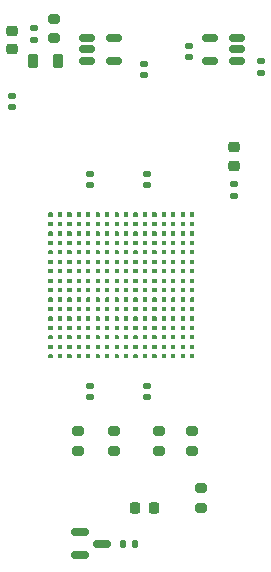
<source format=gtp>
G04 #@! TF.GenerationSoftware,KiCad,Pcbnew,8.0.6*
G04 #@! TF.CreationDate,2025-10-07T20:56:46+05:30*
G04 #@! TF.ProjectId,tt-ecp5-cb,74742d65-6370-4352-9d63-622e6b696361,rev?*
G04 #@! TF.SameCoordinates,Original*
G04 #@! TF.FileFunction,Paste,Top*
G04 #@! TF.FilePolarity,Positive*
%FSLAX46Y46*%
G04 Gerber Fmt 4.6, Leading zero omitted, Abs format (unit mm)*
G04 Created by KiCad (PCBNEW 8.0.6) date 2025-10-07 20:56:46*
%MOMM*%
%LPD*%
G01*
G04 APERTURE LIST*
G04 Aperture macros list*
%AMRoundRect*
0 Rectangle with rounded corners*
0 $1 Rounding radius*
0 $2 $3 $4 $5 $6 $7 $8 $9 X,Y pos of 4 corners*
0 Add a 4 corners polygon primitive as box body*
4,1,4,$2,$3,$4,$5,$6,$7,$8,$9,$2,$3,0*
0 Add four circle primitives for the rounded corners*
1,1,$1+$1,$2,$3*
1,1,$1+$1,$4,$5*
1,1,$1+$1,$6,$7*
1,1,$1+$1,$8,$9*
0 Add four rect primitives between the rounded corners*
20,1,$1+$1,$2,$3,$4,$5,0*
20,1,$1+$1,$4,$5,$6,$7,0*
20,1,$1+$1,$6,$7,$8,$9,0*
20,1,$1+$1,$8,$9,$2,$3,0*%
G04 Aperture macros list end*
%ADD10C,0.000000*%
%ADD11RoundRect,0.140000X0.170000X-0.140000X0.170000X0.140000X-0.170000X0.140000X-0.170000X-0.140000X0*%
%ADD12RoundRect,0.200000X0.275000X-0.200000X0.275000X0.200000X-0.275000X0.200000X-0.275000X-0.200000X0*%
%ADD13RoundRect,0.135000X-0.135000X-0.185000X0.135000X-0.185000X0.135000X0.185000X-0.135000X0.185000X0*%
%ADD14RoundRect,0.200000X-0.275000X0.200000X-0.275000X-0.200000X0.275000X-0.200000X0.275000X0.200000X0*%
%ADD15RoundRect,0.140000X-0.170000X0.140000X-0.170000X-0.140000X0.170000X-0.140000X0.170000X0.140000X0*%
%ADD16RoundRect,0.218750X0.256250X-0.218750X0.256250X0.218750X-0.256250X0.218750X-0.256250X-0.218750X0*%
%ADD17C,0.360000*%
%ADD18RoundRect,0.218750X0.218750X0.381250X-0.218750X0.381250X-0.218750X-0.381250X0.218750X-0.381250X0*%
%ADD19RoundRect,0.135000X0.185000X-0.135000X0.185000X0.135000X-0.185000X0.135000X-0.185000X-0.135000X0*%
%ADD20RoundRect,0.150000X0.512500X0.150000X-0.512500X0.150000X-0.512500X-0.150000X0.512500X-0.150000X0*%
%ADD21RoundRect,0.225000X0.250000X-0.225000X0.250000X0.225000X-0.250000X0.225000X-0.250000X-0.225000X0*%
%ADD22RoundRect,0.150000X-0.587500X-0.150000X0.587500X-0.150000X0.587500X0.150000X-0.587500X0.150000X0*%
%ADD23RoundRect,0.218750X-0.218750X-0.256250X0.218750X-0.256250X0.218750X0.256250X-0.218750X0.256250X0*%
%ADD24RoundRect,0.150000X-0.512500X-0.150000X0.512500X-0.150000X0.512500X0.150000X-0.512500X0.150000X0*%
G04 APERTURE END LIST*
D10*
G04 #@! TO.C,U1*
G36*
X114180000Y-80956000D02*
G01*
X114180000Y-81244000D01*
X114144000Y-81280000D01*
X113856000Y-81280000D01*
X113820000Y-81244000D01*
X113820000Y-80956000D01*
X113856000Y-80920000D01*
X114144000Y-80920000D01*
X114180000Y-80956000D01*
G37*
G36*
X114180000Y-81756000D02*
G01*
X114180000Y-82044000D01*
X114144000Y-82080000D01*
X113856000Y-82080000D01*
X113820000Y-82044000D01*
X113820000Y-81756000D01*
X113856000Y-81720000D01*
X114144000Y-81720000D01*
X114180000Y-81756000D01*
G37*
G36*
X114180000Y-82556000D02*
G01*
X114180000Y-82844000D01*
X114144000Y-82880000D01*
X113856000Y-82880000D01*
X113820000Y-82844000D01*
X113820000Y-82556000D01*
X113856000Y-82520000D01*
X114144000Y-82520000D01*
X114180000Y-82556000D01*
G37*
G36*
X114180000Y-83356000D02*
G01*
X114180000Y-83644000D01*
X114144000Y-83680000D01*
X113856000Y-83680000D01*
X113820000Y-83644000D01*
X113820000Y-83356000D01*
X113856000Y-83320000D01*
X114144000Y-83320000D01*
X114180000Y-83356000D01*
G37*
G36*
X114180000Y-84156000D02*
G01*
X114180000Y-84444000D01*
X114144000Y-84480000D01*
X113856000Y-84480000D01*
X113820000Y-84444000D01*
X113820000Y-84156000D01*
X113856000Y-84120000D01*
X114144000Y-84120000D01*
X114180000Y-84156000D01*
G37*
G36*
X114180000Y-84956000D02*
G01*
X114180000Y-85244000D01*
X114144000Y-85280000D01*
X113856000Y-85280000D01*
X113820000Y-85244000D01*
X113820000Y-84956000D01*
X113856000Y-84920000D01*
X114144000Y-84920000D01*
X114180000Y-84956000D01*
G37*
G36*
X114180000Y-85756000D02*
G01*
X114180000Y-86044000D01*
X114144000Y-86080000D01*
X113856000Y-86080000D01*
X113820000Y-86044000D01*
X113820000Y-85756000D01*
X113856000Y-85720000D01*
X114144000Y-85720000D01*
X114180000Y-85756000D01*
G37*
G36*
X114180000Y-86556000D02*
G01*
X114180000Y-86844000D01*
X114144000Y-86880000D01*
X113856000Y-86880000D01*
X113820000Y-86844000D01*
X113820000Y-86556000D01*
X113856000Y-86520000D01*
X114144000Y-86520000D01*
X114180000Y-86556000D01*
G37*
G36*
X114180000Y-87356000D02*
G01*
X114180000Y-87644000D01*
X114144000Y-87680000D01*
X113856000Y-87680000D01*
X113820000Y-87644000D01*
X113820000Y-87356000D01*
X113856000Y-87320000D01*
X114144000Y-87320000D01*
X114180000Y-87356000D01*
G37*
G36*
X114180000Y-88156000D02*
G01*
X114180000Y-88444000D01*
X114144000Y-88480000D01*
X113856000Y-88480000D01*
X113820000Y-88444000D01*
X113820000Y-88156000D01*
X113856000Y-88120000D01*
X114144000Y-88120000D01*
X114180000Y-88156000D01*
G37*
G36*
X114180000Y-88956000D02*
G01*
X114180000Y-89244000D01*
X114144000Y-89280000D01*
X113856000Y-89280000D01*
X113820000Y-89244000D01*
X113820000Y-88956000D01*
X113856000Y-88920000D01*
X114144000Y-88920000D01*
X114180000Y-88956000D01*
G37*
G36*
X114180000Y-89756000D02*
G01*
X114180000Y-90044000D01*
X114144000Y-90080000D01*
X113856000Y-90080000D01*
X113820000Y-90044000D01*
X113820000Y-89756000D01*
X113856000Y-89720000D01*
X114144000Y-89720000D01*
X114180000Y-89756000D01*
G37*
G36*
X114180000Y-90556000D02*
G01*
X114180000Y-90844000D01*
X114144000Y-90880000D01*
X113856000Y-90880000D01*
X113820000Y-90844000D01*
X113820000Y-90556000D01*
X113856000Y-90520000D01*
X114144000Y-90520000D01*
X114180000Y-90556000D01*
G37*
G36*
X114180000Y-91356000D02*
G01*
X114180000Y-91644000D01*
X114144000Y-91680000D01*
X113856000Y-91680000D01*
X113820000Y-91644000D01*
X113820000Y-91356000D01*
X113856000Y-91320000D01*
X114144000Y-91320000D01*
X114180000Y-91356000D01*
G37*
G36*
X114180000Y-92156000D02*
G01*
X114180000Y-92444000D01*
X114144000Y-92480000D01*
X113856000Y-92480000D01*
X113820000Y-92444000D01*
X113820000Y-92156000D01*
X113856000Y-92120000D01*
X114144000Y-92120000D01*
X114180000Y-92156000D01*
G37*
G36*
X114180000Y-92956000D02*
G01*
X114180000Y-93244000D01*
X114144000Y-93280000D01*
X113856000Y-93280000D01*
X113820000Y-93244000D01*
X113820000Y-92956000D01*
X113856000Y-92920000D01*
X114144000Y-92920000D01*
X114180000Y-92956000D01*
G37*
G36*
X114980000Y-80956000D02*
G01*
X114980000Y-81244000D01*
X114944000Y-81280000D01*
X114656000Y-81280000D01*
X114620000Y-81244000D01*
X114620000Y-80956000D01*
X114656000Y-80920000D01*
X114944000Y-80920000D01*
X114980000Y-80956000D01*
G37*
G36*
X114980000Y-81756000D02*
G01*
X114980000Y-82044000D01*
X114944000Y-82080000D01*
X114656000Y-82080000D01*
X114620000Y-82044000D01*
X114620000Y-81756000D01*
X114656000Y-81720000D01*
X114944000Y-81720000D01*
X114980000Y-81756000D01*
G37*
G36*
X114980000Y-82556000D02*
G01*
X114980000Y-82844000D01*
X114944000Y-82880000D01*
X114656000Y-82880000D01*
X114620000Y-82844000D01*
X114620000Y-82556000D01*
X114656000Y-82520000D01*
X114944000Y-82520000D01*
X114980000Y-82556000D01*
G37*
G36*
X114980000Y-83356000D02*
G01*
X114980000Y-83644000D01*
X114944000Y-83680000D01*
X114656000Y-83680000D01*
X114620000Y-83644000D01*
X114620000Y-83356000D01*
X114656000Y-83320000D01*
X114944000Y-83320000D01*
X114980000Y-83356000D01*
G37*
G36*
X114980000Y-84156000D02*
G01*
X114980000Y-84444000D01*
X114944000Y-84480000D01*
X114656000Y-84480000D01*
X114620000Y-84444000D01*
X114620000Y-84156000D01*
X114656000Y-84120000D01*
X114944000Y-84120000D01*
X114980000Y-84156000D01*
G37*
G36*
X114980000Y-84956000D02*
G01*
X114980000Y-85244000D01*
X114944000Y-85280000D01*
X114656000Y-85280000D01*
X114620000Y-85244000D01*
X114620000Y-84956000D01*
X114656000Y-84920000D01*
X114944000Y-84920000D01*
X114980000Y-84956000D01*
G37*
G36*
X114980000Y-85756000D02*
G01*
X114980000Y-86044000D01*
X114944000Y-86080000D01*
X114656000Y-86080000D01*
X114620000Y-86044000D01*
X114620000Y-85756000D01*
X114656000Y-85720000D01*
X114944000Y-85720000D01*
X114980000Y-85756000D01*
G37*
G36*
X114980000Y-86556000D02*
G01*
X114980000Y-86844000D01*
X114944000Y-86880000D01*
X114656000Y-86880000D01*
X114620000Y-86844000D01*
X114620000Y-86556000D01*
X114656000Y-86520000D01*
X114944000Y-86520000D01*
X114980000Y-86556000D01*
G37*
G36*
X114980000Y-87356000D02*
G01*
X114980000Y-87644000D01*
X114944000Y-87680000D01*
X114656000Y-87680000D01*
X114620000Y-87644000D01*
X114620000Y-87356000D01*
X114656000Y-87320000D01*
X114944000Y-87320000D01*
X114980000Y-87356000D01*
G37*
G36*
X114980000Y-88156000D02*
G01*
X114980000Y-88444000D01*
X114944000Y-88480000D01*
X114656000Y-88480000D01*
X114620000Y-88444000D01*
X114620000Y-88156000D01*
X114656000Y-88120000D01*
X114944000Y-88120000D01*
X114980000Y-88156000D01*
G37*
G36*
X114980000Y-88956000D02*
G01*
X114980000Y-89244000D01*
X114944000Y-89280000D01*
X114656000Y-89280000D01*
X114620000Y-89244000D01*
X114620000Y-88956000D01*
X114656000Y-88920000D01*
X114944000Y-88920000D01*
X114980000Y-88956000D01*
G37*
G36*
X114980000Y-89756000D02*
G01*
X114980000Y-90044000D01*
X114944000Y-90080000D01*
X114656000Y-90080000D01*
X114620000Y-90044000D01*
X114620000Y-89756000D01*
X114656000Y-89720000D01*
X114944000Y-89720000D01*
X114980000Y-89756000D01*
G37*
G36*
X114980000Y-90556000D02*
G01*
X114980000Y-90844000D01*
X114944000Y-90880000D01*
X114656000Y-90880000D01*
X114620000Y-90844000D01*
X114620000Y-90556000D01*
X114656000Y-90520000D01*
X114944000Y-90520000D01*
X114980000Y-90556000D01*
G37*
G36*
X114980000Y-91356000D02*
G01*
X114980000Y-91644000D01*
X114944000Y-91680000D01*
X114656000Y-91680000D01*
X114620000Y-91644000D01*
X114620000Y-91356000D01*
X114656000Y-91320000D01*
X114944000Y-91320000D01*
X114980000Y-91356000D01*
G37*
G36*
X114980000Y-92156000D02*
G01*
X114980000Y-92444000D01*
X114944000Y-92480000D01*
X114656000Y-92480000D01*
X114620000Y-92444000D01*
X114620000Y-92156000D01*
X114656000Y-92120000D01*
X114944000Y-92120000D01*
X114980000Y-92156000D01*
G37*
G36*
X114980000Y-92956000D02*
G01*
X114980000Y-93244000D01*
X114944000Y-93280000D01*
X114656000Y-93280000D01*
X114620000Y-93244000D01*
X114620000Y-92956000D01*
X114656000Y-92920000D01*
X114944000Y-92920000D01*
X114980000Y-92956000D01*
G37*
G36*
X115780000Y-80956000D02*
G01*
X115780000Y-81244000D01*
X115744000Y-81280000D01*
X115456000Y-81280000D01*
X115420000Y-81244000D01*
X115420000Y-80956000D01*
X115456000Y-80920000D01*
X115744000Y-80920000D01*
X115780000Y-80956000D01*
G37*
G36*
X115780000Y-81756000D02*
G01*
X115780000Y-82044000D01*
X115744000Y-82080000D01*
X115456000Y-82080000D01*
X115420000Y-82044000D01*
X115420000Y-81756000D01*
X115456000Y-81720000D01*
X115744000Y-81720000D01*
X115780000Y-81756000D01*
G37*
G36*
X115780000Y-82556000D02*
G01*
X115780000Y-82844000D01*
X115744000Y-82880000D01*
X115456000Y-82880000D01*
X115420000Y-82844000D01*
X115420000Y-82556000D01*
X115456000Y-82520000D01*
X115744000Y-82520000D01*
X115780000Y-82556000D01*
G37*
G36*
X115780000Y-83356000D02*
G01*
X115780000Y-83644000D01*
X115744000Y-83680000D01*
X115456000Y-83680000D01*
X115420000Y-83644000D01*
X115420000Y-83356000D01*
X115456000Y-83320000D01*
X115744000Y-83320000D01*
X115780000Y-83356000D01*
G37*
G36*
X115780000Y-84156000D02*
G01*
X115780000Y-84444000D01*
X115744000Y-84480000D01*
X115456000Y-84480000D01*
X115420000Y-84444000D01*
X115420000Y-84156000D01*
X115456000Y-84120000D01*
X115744000Y-84120000D01*
X115780000Y-84156000D01*
G37*
G36*
X115780000Y-84956000D02*
G01*
X115780000Y-85244000D01*
X115744000Y-85280000D01*
X115456000Y-85280000D01*
X115420000Y-85244000D01*
X115420000Y-84956000D01*
X115456000Y-84920000D01*
X115744000Y-84920000D01*
X115780000Y-84956000D01*
G37*
G36*
X115780000Y-85756000D02*
G01*
X115780000Y-86044000D01*
X115744000Y-86080000D01*
X115456000Y-86080000D01*
X115420000Y-86044000D01*
X115420000Y-85756000D01*
X115456000Y-85720000D01*
X115744000Y-85720000D01*
X115780000Y-85756000D01*
G37*
G36*
X115780000Y-86556000D02*
G01*
X115780000Y-86844000D01*
X115744000Y-86880000D01*
X115456000Y-86880000D01*
X115420000Y-86844000D01*
X115420000Y-86556000D01*
X115456000Y-86520000D01*
X115744000Y-86520000D01*
X115780000Y-86556000D01*
G37*
G36*
X115780000Y-87356000D02*
G01*
X115780000Y-87644000D01*
X115744000Y-87680000D01*
X115456000Y-87680000D01*
X115420000Y-87644000D01*
X115420000Y-87356000D01*
X115456000Y-87320000D01*
X115744000Y-87320000D01*
X115780000Y-87356000D01*
G37*
G36*
X115780000Y-88156000D02*
G01*
X115780000Y-88444000D01*
X115744000Y-88480000D01*
X115456000Y-88480000D01*
X115420000Y-88444000D01*
X115420000Y-88156000D01*
X115456000Y-88120000D01*
X115744000Y-88120000D01*
X115780000Y-88156000D01*
G37*
G36*
X115780000Y-88956000D02*
G01*
X115780000Y-89244000D01*
X115744000Y-89280000D01*
X115456000Y-89280000D01*
X115420000Y-89244000D01*
X115420000Y-88956000D01*
X115456000Y-88920000D01*
X115744000Y-88920000D01*
X115780000Y-88956000D01*
G37*
G36*
X115780000Y-89756000D02*
G01*
X115780000Y-90044000D01*
X115744000Y-90080000D01*
X115456000Y-90080000D01*
X115420000Y-90044000D01*
X115420000Y-89756000D01*
X115456000Y-89720000D01*
X115744000Y-89720000D01*
X115780000Y-89756000D01*
G37*
G36*
X115780000Y-90556000D02*
G01*
X115780000Y-90844000D01*
X115744000Y-90880000D01*
X115456000Y-90880000D01*
X115420000Y-90844000D01*
X115420000Y-90556000D01*
X115456000Y-90520000D01*
X115744000Y-90520000D01*
X115780000Y-90556000D01*
G37*
G36*
X115780000Y-91356000D02*
G01*
X115780000Y-91644000D01*
X115744000Y-91680000D01*
X115456000Y-91680000D01*
X115420000Y-91644000D01*
X115420000Y-91356000D01*
X115456000Y-91320000D01*
X115744000Y-91320000D01*
X115780000Y-91356000D01*
G37*
G36*
X115780000Y-92156000D02*
G01*
X115780000Y-92444000D01*
X115744000Y-92480000D01*
X115456000Y-92480000D01*
X115420000Y-92444000D01*
X115420000Y-92156000D01*
X115456000Y-92120000D01*
X115744000Y-92120000D01*
X115780000Y-92156000D01*
G37*
G36*
X115780000Y-92956000D02*
G01*
X115780000Y-93244000D01*
X115744000Y-93280000D01*
X115456000Y-93280000D01*
X115420000Y-93244000D01*
X115420000Y-92956000D01*
X115456000Y-92920000D01*
X115744000Y-92920000D01*
X115780000Y-92956000D01*
G37*
G36*
X116580000Y-80956000D02*
G01*
X116580000Y-81244000D01*
X116544000Y-81280000D01*
X116256000Y-81280000D01*
X116220000Y-81244000D01*
X116220000Y-80956000D01*
X116256000Y-80920000D01*
X116544000Y-80920000D01*
X116580000Y-80956000D01*
G37*
G36*
X116580000Y-81756000D02*
G01*
X116580000Y-82044000D01*
X116544000Y-82080000D01*
X116256000Y-82080000D01*
X116220000Y-82044000D01*
X116220000Y-81756000D01*
X116256000Y-81720000D01*
X116544000Y-81720000D01*
X116580000Y-81756000D01*
G37*
G36*
X116580000Y-82556000D02*
G01*
X116580000Y-82844000D01*
X116544000Y-82880000D01*
X116256000Y-82880000D01*
X116220000Y-82844000D01*
X116220000Y-82556000D01*
X116256000Y-82520000D01*
X116544000Y-82520000D01*
X116580000Y-82556000D01*
G37*
G36*
X116580000Y-83356000D02*
G01*
X116580000Y-83644000D01*
X116544000Y-83680000D01*
X116256000Y-83680000D01*
X116220000Y-83644000D01*
X116220000Y-83356000D01*
X116256000Y-83320000D01*
X116544000Y-83320000D01*
X116580000Y-83356000D01*
G37*
G36*
X116580000Y-84156000D02*
G01*
X116580000Y-84444000D01*
X116544000Y-84480000D01*
X116256000Y-84480000D01*
X116220000Y-84444000D01*
X116220000Y-84156000D01*
X116256000Y-84120000D01*
X116544000Y-84120000D01*
X116580000Y-84156000D01*
G37*
G36*
X116580000Y-84956000D02*
G01*
X116580000Y-85244000D01*
X116544000Y-85280000D01*
X116256000Y-85280000D01*
X116220000Y-85244000D01*
X116220000Y-84956000D01*
X116256000Y-84920000D01*
X116544000Y-84920000D01*
X116580000Y-84956000D01*
G37*
G36*
X116580000Y-85756000D02*
G01*
X116580000Y-86044000D01*
X116544000Y-86080000D01*
X116256000Y-86080000D01*
X116220000Y-86044000D01*
X116220000Y-85756000D01*
X116256000Y-85720000D01*
X116544000Y-85720000D01*
X116580000Y-85756000D01*
G37*
G36*
X116580000Y-86556000D02*
G01*
X116580000Y-86844000D01*
X116544000Y-86880000D01*
X116256000Y-86880000D01*
X116220000Y-86844000D01*
X116220000Y-86556000D01*
X116256000Y-86520000D01*
X116544000Y-86520000D01*
X116580000Y-86556000D01*
G37*
G36*
X116580000Y-87356000D02*
G01*
X116580000Y-87644000D01*
X116544000Y-87680000D01*
X116256000Y-87680000D01*
X116220000Y-87644000D01*
X116220000Y-87356000D01*
X116256000Y-87320000D01*
X116544000Y-87320000D01*
X116580000Y-87356000D01*
G37*
G36*
X116580000Y-88156000D02*
G01*
X116580000Y-88444000D01*
X116544000Y-88480000D01*
X116256000Y-88480000D01*
X116220000Y-88444000D01*
X116220000Y-88156000D01*
X116256000Y-88120000D01*
X116544000Y-88120000D01*
X116580000Y-88156000D01*
G37*
G36*
X116580000Y-88956000D02*
G01*
X116580000Y-89244000D01*
X116544000Y-89280000D01*
X116256000Y-89280000D01*
X116220000Y-89244000D01*
X116220000Y-88956000D01*
X116256000Y-88920000D01*
X116544000Y-88920000D01*
X116580000Y-88956000D01*
G37*
G36*
X116580000Y-89756000D02*
G01*
X116580000Y-90044000D01*
X116544000Y-90080000D01*
X116256000Y-90080000D01*
X116220000Y-90044000D01*
X116220000Y-89756000D01*
X116256000Y-89720000D01*
X116544000Y-89720000D01*
X116580000Y-89756000D01*
G37*
G36*
X116580000Y-90556000D02*
G01*
X116580000Y-90844000D01*
X116544000Y-90880000D01*
X116256000Y-90880000D01*
X116220000Y-90844000D01*
X116220000Y-90556000D01*
X116256000Y-90520000D01*
X116544000Y-90520000D01*
X116580000Y-90556000D01*
G37*
G36*
X116580000Y-91356000D02*
G01*
X116580000Y-91644000D01*
X116544000Y-91680000D01*
X116256000Y-91680000D01*
X116220000Y-91644000D01*
X116220000Y-91356000D01*
X116256000Y-91320000D01*
X116544000Y-91320000D01*
X116580000Y-91356000D01*
G37*
G36*
X116580000Y-92156000D02*
G01*
X116580000Y-92444000D01*
X116544000Y-92480000D01*
X116256000Y-92480000D01*
X116220000Y-92444000D01*
X116220000Y-92156000D01*
X116256000Y-92120000D01*
X116544000Y-92120000D01*
X116580000Y-92156000D01*
G37*
G36*
X116580000Y-92956000D02*
G01*
X116580000Y-93244000D01*
X116544000Y-93280000D01*
X116256000Y-93280000D01*
X116220000Y-93244000D01*
X116220000Y-92956000D01*
X116256000Y-92920000D01*
X116544000Y-92920000D01*
X116580000Y-92956000D01*
G37*
G36*
X117380000Y-80956000D02*
G01*
X117380000Y-81244000D01*
X117344000Y-81280000D01*
X117056000Y-81280000D01*
X117020000Y-81244000D01*
X117020000Y-80956000D01*
X117056000Y-80920000D01*
X117344000Y-80920000D01*
X117380000Y-80956000D01*
G37*
G36*
X117380000Y-81756000D02*
G01*
X117380000Y-82044000D01*
X117344000Y-82080000D01*
X117056000Y-82080000D01*
X117020000Y-82044000D01*
X117020000Y-81756000D01*
X117056000Y-81720000D01*
X117344000Y-81720000D01*
X117380000Y-81756000D01*
G37*
G36*
X117380000Y-82556000D02*
G01*
X117380000Y-82844000D01*
X117344000Y-82880000D01*
X117056000Y-82880000D01*
X117020000Y-82844000D01*
X117020000Y-82556000D01*
X117056000Y-82520000D01*
X117344000Y-82520000D01*
X117380000Y-82556000D01*
G37*
G36*
X117380000Y-83356000D02*
G01*
X117380000Y-83644000D01*
X117344000Y-83680000D01*
X117056000Y-83680000D01*
X117020000Y-83644000D01*
X117020000Y-83356000D01*
X117056000Y-83320000D01*
X117344000Y-83320000D01*
X117380000Y-83356000D01*
G37*
G36*
X117380000Y-84156000D02*
G01*
X117380000Y-84444000D01*
X117344000Y-84480000D01*
X117056000Y-84480000D01*
X117020000Y-84444000D01*
X117020000Y-84156000D01*
X117056000Y-84120000D01*
X117344000Y-84120000D01*
X117380000Y-84156000D01*
G37*
G36*
X117380000Y-84956000D02*
G01*
X117380000Y-85244000D01*
X117344000Y-85280000D01*
X117056000Y-85280000D01*
X117020000Y-85244000D01*
X117020000Y-84956000D01*
X117056000Y-84920000D01*
X117344000Y-84920000D01*
X117380000Y-84956000D01*
G37*
G36*
X117380000Y-85756000D02*
G01*
X117380000Y-86044000D01*
X117344000Y-86080000D01*
X117056000Y-86080000D01*
X117020000Y-86044000D01*
X117020000Y-85756000D01*
X117056000Y-85720000D01*
X117344000Y-85720000D01*
X117380000Y-85756000D01*
G37*
G36*
X117380000Y-86556000D02*
G01*
X117380000Y-86844000D01*
X117344000Y-86880000D01*
X117056000Y-86880000D01*
X117020000Y-86844000D01*
X117020000Y-86556000D01*
X117056000Y-86520000D01*
X117344000Y-86520000D01*
X117380000Y-86556000D01*
G37*
G36*
X117380000Y-87356000D02*
G01*
X117380000Y-87644000D01*
X117344000Y-87680000D01*
X117056000Y-87680000D01*
X117020000Y-87644000D01*
X117020000Y-87356000D01*
X117056000Y-87320000D01*
X117344000Y-87320000D01*
X117380000Y-87356000D01*
G37*
G36*
X117380000Y-88156000D02*
G01*
X117380000Y-88444000D01*
X117344000Y-88480000D01*
X117056000Y-88480000D01*
X117020000Y-88444000D01*
X117020000Y-88156000D01*
X117056000Y-88120000D01*
X117344000Y-88120000D01*
X117380000Y-88156000D01*
G37*
G36*
X117380000Y-88956000D02*
G01*
X117380000Y-89244000D01*
X117344000Y-89280000D01*
X117056000Y-89280000D01*
X117020000Y-89244000D01*
X117020000Y-88956000D01*
X117056000Y-88920000D01*
X117344000Y-88920000D01*
X117380000Y-88956000D01*
G37*
G36*
X117380000Y-89756000D02*
G01*
X117380000Y-90044000D01*
X117344000Y-90080000D01*
X117056000Y-90080000D01*
X117020000Y-90044000D01*
X117020000Y-89756000D01*
X117056000Y-89720000D01*
X117344000Y-89720000D01*
X117380000Y-89756000D01*
G37*
G36*
X117380000Y-90556000D02*
G01*
X117380000Y-90844000D01*
X117344000Y-90880000D01*
X117056000Y-90880000D01*
X117020000Y-90844000D01*
X117020000Y-90556000D01*
X117056000Y-90520000D01*
X117344000Y-90520000D01*
X117380000Y-90556000D01*
G37*
G36*
X117380000Y-91356000D02*
G01*
X117380000Y-91644000D01*
X117344000Y-91680000D01*
X117056000Y-91680000D01*
X117020000Y-91644000D01*
X117020000Y-91356000D01*
X117056000Y-91320000D01*
X117344000Y-91320000D01*
X117380000Y-91356000D01*
G37*
G36*
X117380000Y-92156000D02*
G01*
X117380000Y-92444000D01*
X117344000Y-92480000D01*
X117056000Y-92480000D01*
X117020000Y-92444000D01*
X117020000Y-92156000D01*
X117056000Y-92120000D01*
X117344000Y-92120000D01*
X117380000Y-92156000D01*
G37*
G36*
X117380000Y-92956000D02*
G01*
X117380000Y-93244000D01*
X117344000Y-93280000D01*
X117056000Y-93280000D01*
X117020000Y-93244000D01*
X117020000Y-92956000D01*
X117056000Y-92920000D01*
X117344000Y-92920000D01*
X117380000Y-92956000D01*
G37*
G36*
X118180000Y-80956000D02*
G01*
X118180000Y-81244000D01*
X118144000Y-81280000D01*
X117856000Y-81280000D01*
X117820000Y-81244000D01*
X117820000Y-80956000D01*
X117856000Y-80920000D01*
X118144000Y-80920000D01*
X118180000Y-80956000D01*
G37*
G36*
X118180000Y-81756000D02*
G01*
X118180000Y-82044000D01*
X118144000Y-82080000D01*
X117856000Y-82080000D01*
X117820000Y-82044000D01*
X117820000Y-81756000D01*
X117856000Y-81720000D01*
X118144000Y-81720000D01*
X118180000Y-81756000D01*
G37*
G36*
X118180000Y-82556000D02*
G01*
X118180000Y-82844000D01*
X118144000Y-82880000D01*
X117856000Y-82880000D01*
X117820000Y-82844000D01*
X117820000Y-82556000D01*
X117856000Y-82520000D01*
X118144000Y-82520000D01*
X118180000Y-82556000D01*
G37*
G36*
X118180000Y-83356000D02*
G01*
X118180000Y-83644000D01*
X118144000Y-83680000D01*
X117856000Y-83680000D01*
X117820000Y-83644000D01*
X117820000Y-83356000D01*
X117856000Y-83320000D01*
X118144000Y-83320000D01*
X118180000Y-83356000D01*
G37*
G36*
X118180000Y-84156000D02*
G01*
X118180000Y-84444000D01*
X118144000Y-84480000D01*
X117856000Y-84480000D01*
X117820000Y-84444000D01*
X117820000Y-84156000D01*
X117856000Y-84120000D01*
X118144000Y-84120000D01*
X118180000Y-84156000D01*
G37*
G36*
X118180000Y-84956000D02*
G01*
X118180000Y-85244000D01*
X118144000Y-85280000D01*
X117856000Y-85280000D01*
X117820000Y-85244000D01*
X117820000Y-84956000D01*
X117856000Y-84920000D01*
X118144000Y-84920000D01*
X118180000Y-84956000D01*
G37*
G36*
X118180000Y-85756000D02*
G01*
X118180000Y-86044000D01*
X118144000Y-86080000D01*
X117856000Y-86080000D01*
X117820000Y-86044000D01*
X117820000Y-85756000D01*
X117856000Y-85720000D01*
X118144000Y-85720000D01*
X118180000Y-85756000D01*
G37*
G36*
X118180000Y-86556000D02*
G01*
X118180000Y-86844000D01*
X118144000Y-86880000D01*
X117856000Y-86880000D01*
X117820000Y-86844000D01*
X117820000Y-86556000D01*
X117856000Y-86520000D01*
X118144000Y-86520000D01*
X118180000Y-86556000D01*
G37*
G36*
X118180000Y-87356000D02*
G01*
X118180000Y-87644000D01*
X118144000Y-87680000D01*
X117856000Y-87680000D01*
X117820000Y-87644000D01*
X117820000Y-87356000D01*
X117856000Y-87320000D01*
X118144000Y-87320000D01*
X118180000Y-87356000D01*
G37*
G36*
X118180000Y-88156000D02*
G01*
X118180000Y-88444000D01*
X118144000Y-88480000D01*
X117856000Y-88480000D01*
X117820000Y-88444000D01*
X117820000Y-88156000D01*
X117856000Y-88120000D01*
X118144000Y-88120000D01*
X118180000Y-88156000D01*
G37*
G36*
X118180000Y-88956000D02*
G01*
X118180000Y-89244000D01*
X118144000Y-89280000D01*
X117856000Y-89280000D01*
X117820000Y-89244000D01*
X117820000Y-88956000D01*
X117856000Y-88920000D01*
X118144000Y-88920000D01*
X118180000Y-88956000D01*
G37*
G36*
X118180000Y-89756000D02*
G01*
X118180000Y-90044000D01*
X118144000Y-90080000D01*
X117856000Y-90080000D01*
X117820000Y-90044000D01*
X117820000Y-89756000D01*
X117856000Y-89720000D01*
X118144000Y-89720000D01*
X118180000Y-89756000D01*
G37*
G36*
X118180000Y-90556000D02*
G01*
X118180000Y-90844000D01*
X118144000Y-90880000D01*
X117856000Y-90880000D01*
X117820000Y-90844000D01*
X117820000Y-90556000D01*
X117856000Y-90520000D01*
X118144000Y-90520000D01*
X118180000Y-90556000D01*
G37*
G36*
X118180000Y-91356000D02*
G01*
X118180000Y-91644000D01*
X118144000Y-91680000D01*
X117856000Y-91680000D01*
X117820000Y-91644000D01*
X117820000Y-91356000D01*
X117856000Y-91320000D01*
X118144000Y-91320000D01*
X118180000Y-91356000D01*
G37*
G36*
X118180000Y-92156000D02*
G01*
X118180000Y-92444000D01*
X118144000Y-92480000D01*
X117856000Y-92480000D01*
X117820000Y-92444000D01*
X117820000Y-92156000D01*
X117856000Y-92120000D01*
X118144000Y-92120000D01*
X118180000Y-92156000D01*
G37*
G36*
X118180000Y-92956000D02*
G01*
X118180000Y-93244000D01*
X118144000Y-93280000D01*
X117856000Y-93280000D01*
X117820000Y-93244000D01*
X117820000Y-92956000D01*
X117856000Y-92920000D01*
X118144000Y-92920000D01*
X118180000Y-92956000D01*
G37*
G36*
X118980000Y-80956000D02*
G01*
X118980000Y-81244000D01*
X118944000Y-81280000D01*
X118656000Y-81280000D01*
X118620000Y-81244000D01*
X118620000Y-80956000D01*
X118656000Y-80920000D01*
X118944000Y-80920000D01*
X118980000Y-80956000D01*
G37*
G36*
X118980000Y-81756000D02*
G01*
X118980000Y-82044000D01*
X118944000Y-82080000D01*
X118656000Y-82080000D01*
X118620000Y-82044000D01*
X118620000Y-81756000D01*
X118656000Y-81720000D01*
X118944000Y-81720000D01*
X118980000Y-81756000D01*
G37*
G36*
X118980000Y-82556000D02*
G01*
X118980000Y-82844000D01*
X118944000Y-82880000D01*
X118656000Y-82880000D01*
X118620000Y-82844000D01*
X118620000Y-82556000D01*
X118656000Y-82520000D01*
X118944000Y-82520000D01*
X118980000Y-82556000D01*
G37*
G36*
X118980000Y-83356000D02*
G01*
X118980000Y-83644000D01*
X118944000Y-83680000D01*
X118656000Y-83680000D01*
X118620000Y-83644000D01*
X118620000Y-83356000D01*
X118656000Y-83320000D01*
X118944000Y-83320000D01*
X118980000Y-83356000D01*
G37*
G36*
X118980000Y-84156000D02*
G01*
X118980000Y-84444000D01*
X118944000Y-84480000D01*
X118656000Y-84480000D01*
X118620000Y-84444000D01*
X118620000Y-84156000D01*
X118656000Y-84120000D01*
X118944000Y-84120000D01*
X118980000Y-84156000D01*
G37*
G36*
X118980000Y-84956000D02*
G01*
X118980000Y-85244000D01*
X118944000Y-85280000D01*
X118656000Y-85280000D01*
X118620000Y-85244000D01*
X118620000Y-84956000D01*
X118656000Y-84920000D01*
X118944000Y-84920000D01*
X118980000Y-84956000D01*
G37*
G36*
X118980000Y-85756000D02*
G01*
X118980000Y-86044000D01*
X118944000Y-86080000D01*
X118656000Y-86080000D01*
X118620000Y-86044000D01*
X118620000Y-85756000D01*
X118656000Y-85720000D01*
X118944000Y-85720000D01*
X118980000Y-85756000D01*
G37*
G36*
X118980000Y-86556000D02*
G01*
X118980000Y-86844000D01*
X118944000Y-86880000D01*
X118656000Y-86880000D01*
X118620000Y-86844000D01*
X118620000Y-86556000D01*
X118656000Y-86520000D01*
X118944000Y-86520000D01*
X118980000Y-86556000D01*
G37*
G36*
X118980000Y-87356000D02*
G01*
X118980000Y-87644000D01*
X118944000Y-87680000D01*
X118656000Y-87680000D01*
X118620000Y-87644000D01*
X118620000Y-87356000D01*
X118656000Y-87320000D01*
X118944000Y-87320000D01*
X118980000Y-87356000D01*
G37*
G36*
X118980000Y-88156000D02*
G01*
X118980000Y-88444000D01*
X118944000Y-88480000D01*
X118656000Y-88480000D01*
X118620000Y-88444000D01*
X118620000Y-88156000D01*
X118656000Y-88120000D01*
X118944000Y-88120000D01*
X118980000Y-88156000D01*
G37*
G36*
X118980000Y-88956000D02*
G01*
X118980000Y-89244000D01*
X118944000Y-89280000D01*
X118656000Y-89280000D01*
X118620000Y-89244000D01*
X118620000Y-88956000D01*
X118656000Y-88920000D01*
X118944000Y-88920000D01*
X118980000Y-88956000D01*
G37*
G36*
X118980000Y-89756000D02*
G01*
X118980000Y-90044000D01*
X118944000Y-90080000D01*
X118656000Y-90080000D01*
X118620000Y-90044000D01*
X118620000Y-89756000D01*
X118656000Y-89720000D01*
X118944000Y-89720000D01*
X118980000Y-89756000D01*
G37*
G36*
X118980000Y-90556000D02*
G01*
X118980000Y-90844000D01*
X118944000Y-90880000D01*
X118656000Y-90880000D01*
X118620000Y-90844000D01*
X118620000Y-90556000D01*
X118656000Y-90520000D01*
X118944000Y-90520000D01*
X118980000Y-90556000D01*
G37*
G36*
X118980000Y-91356000D02*
G01*
X118980000Y-91644000D01*
X118944000Y-91680000D01*
X118656000Y-91680000D01*
X118620000Y-91644000D01*
X118620000Y-91356000D01*
X118656000Y-91320000D01*
X118944000Y-91320000D01*
X118980000Y-91356000D01*
G37*
G36*
X118980000Y-92156000D02*
G01*
X118980000Y-92444000D01*
X118944000Y-92480000D01*
X118656000Y-92480000D01*
X118620000Y-92444000D01*
X118620000Y-92156000D01*
X118656000Y-92120000D01*
X118944000Y-92120000D01*
X118980000Y-92156000D01*
G37*
G36*
X118980000Y-92956000D02*
G01*
X118980000Y-93244000D01*
X118944000Y-93280000D01*
X118656000Y-93280000D01*
X118620000Y-93244000D01*
X118620000Y-92956000D01*
X118656000Y-92920000D01*
X118944000Y-92920000D01*
X118980000Y-92956000D01*
G37*
G36*
X119780000Y-80956000D02*
G01*
X119780000Y-81244000D01*
X119744000Y-81280000D01*
X119456000Y-81280000D01*
X119420000Y-81244000D01*
X119420000Y-80956000D01*
X119456000Y-80920000D01*
X119744000Y-80920000D01*
X119780000Y-80956000D01*
G37*
G36*
X119780000Y-81756000D02*
G01*
X119780000Y-82044000D01*
X119744000Y-82080000D01*
X119456000Y-82080000D01*
X119420000Y-82044000D01*
X119420000Y-81756000D01*
X119456000Y-81720000D01*
X119744000Y-81720000D01*
X119780000Y-81756000D01*
G37*
G36*
X119780000Y-82556000D02*
G01*
X119780000Y-82844000D01*
X119744000Y-82880000D01*
X119456000Y-82880000D01*
X119420000Y-82844000D01*
X119420000Y-82556000D01*
X119456000Y-82520000D01*
X119744000Y-82520000D01*
X119780000Y-82556000D01*
G37*
G36*
X119780000Y-83356000D02*
G01*
X119780000Y-83644000D01*
X119744000Y-83680000D01*
X119456000Y-83680000D01*
X119420000Y-83644000D01*
X119420000Y-83356000D01*
X119456000Y-83320000D01*
X119744000Y-83320000D01*
X119780000Y-83356000D01*
G37*
G36*
X119780000Y-84156000D02*
G01*
X119780000Y-84444000D01*
X119744000Y-84480000D01*
X119456000Y-84480000D01*
X119420000Y-84444000D01*
X119420000Y-84156000D01*
X119456000Y-84120000D01*
X119744000Y-84120000D01*
X119780000Y-84156000D01*
G37*
G36*
X119780000Y-84956000D02*
G01*
X119780000Y-85244000D01*
X119744000Y-85280000D01*
X119456000Y-85280000D01*
X119420000Y-85244000D01*
X119420000Y-84956000D01*
X119456000Y-84920000D01*
X119744000Y-84920000D01*
X119780000Y-84956000D01*
G37*
G36*
X119780000Y-85756000D02*
G01*
X119780000Y-86044000D01*
X119744000Y-86080000D01*
X119456000Y-86080000D01*
X119420000Y-86044000D01*
X119420000Y-85756000D01*
X119456000Y-85720000D01*
X119744000Y-85720000D01*
X119780000Y-85756000D01*
G37*
G36*
X119780000Y-86556000D02*
G01*
X119780000Y-86844000D01*
X119744000Y-86880000D01*
X119456000Y-86880000D01*
X119420000Y-86844000D01*
X119420000Y-86556000D01*
X119456000Y-86520000D01*
X119744000Y-86520000D01*
X119780000Y-86556000D01*
G37*
G36*
X119780000Y-87356000D02*
G01*
X119780000Y-87644000D01*
X119744000Y-87680000D01*
X119456000Y-87680000D01*
X119420000Y-87644000D01*
X119420000Y-87356000D01*
X119456000Y-87320000D01*
X119744000Y-87320000D01*
X119780000Y-87356000D01*
G37*
G36*
X119780000Y-88156000D02*
G01*
X119780000Y-88444000D01*
X119744000Y-88480000D01*
X119456000Y-88480000D01*
X119420000Y-88444000D01*
X119420000Y-88156000D01*
X119456000Y-88120000D01*
X119744000Y-88120000D01*
X119780000Y-88156000D01*
G37*
G36*
X119780000Y-88956000D02*
G01*
X119780000Y-89244000D01*
X119744000Y-89280000D01*
X119456000Y-89280000D01*
X119420000Y-89244000D01*
X119420000Y-88956000D01*
X119456000Y-88920000D01*
X119744000Y-88920000D01*
X119780000Y-88956000D01*
G37*
G36*
X119780000Y-89756000D02*
G01*
X119780000Y-90044000D01*
X119744000Y-90080000D01*
X119456000Y-90080000D01*
X119420000Y-90044000D01*
X119420000Y-89756000D01*
X119456000Y-89720000D01*
X119744000Y-89720000D01*
X119780000Y-89756000D01*
G37*
G36*
X119780000Y-90556000D02*
G01*
X119780000Y-90844000D01*
X119744000Y-90880000D01*
X119456000Y-90880000D01*
X119420000Y-90844000D01*
X119420000Y-90556000D01*
X119456000Y-90520000D01*
X119744000Y-90520000D01*
X119780000Y-90556000D01*
G37*
G36*
X119780000Y-91356000D02*
G01*
X119780000Y-91644000D01*
X119744000Y-91680000D01*
X119456000Y-91680000D01*
X119420000Y-91644000D01*
X119420000Y-91356000D01*
X119456000Y-91320000D01*
X119744000Y-91320000D01*
X119780000Y-91356000D01*
G37*
G36*
X119780000Y-92156000D02*
G01*
X119780000Y-92444000D01*
X119744000Y-92480000D01*
X119456000Y-92480000D01*
X119420000Y-92444000D01*
X119420000Y-92156000D01*
X119456000Y-92120000D01*
X119744000Y-92120000D01*
X119780000Y-92156000D01*
G37*
G36*
X119780000Y-92956000D02*
G01*
X119780000Y-93244000D01*
X119744000Y-93280000D01*
X119456000Y-93280000D01*
X119420000Y-93244000D01*
X119420000Y-92956000D01*
X119456000Y-92920000D01*
X119744000Y-92920000D01*
X119780000Y-92956000D01*
G37*
G36*
X120580000Y-80956000D02*
G01*
X120580000Y-81244000D01*
X120544000Y-81280000D01*
X120256000Y-81280000D01*
X120220000Y-81244000D01*
X120220000Y-80956000D01*
X120256000Y-80920000D01*
X120544000Y-80920000D01*
X120580000Y-80956000D01*
G37*
G36*
X120580000Y-81756000D02*
G01*
X120580000Y-82044000D01*
X120544000Y-82080000D01*
X120256000Y-82080000D01*
X120220000Y-82044000D01*
X120220000Y-81756000D01*
X120256000Y-81720000D01*
X120544000Y-81720000D01*
X120580000Y-81756000D01*
G37*
G36*
X120580000Y-82556000D02*
G01*
X120580000Y-82844000D01*
X120544000Y-82880000D01*
X120256000Y-82880000D01*
X120220000Y-82844000D01*
X120220000Y-82556000D01*
X120256000Y-82520000D01*
X120544000Y-82520000D01*
X120580000Y-82556000D01*
G37*
G36*
X120580000Y-83356000D02*
G01*
X120580000Y-83644000D01*
X120544000Y-83680000D01*
X120256000Y-83680000D01*
X120220000Y-83644000D01*
X120220000Y-83356000D01*
X120256000Y-83320000D01*
X120544000Y-83320000D01*
X120580000Y-83356000D01*
G37*
G36*
X120580000Y-84156000D02*
G01*
X120580000Y-84444000D01*
X120544000Y-84480000D01*
X120256000Y-84480000D01*
X120220000Y-84444000D01*
X120220000Y-84156000D01*
X120256000Y-84120000D01*
X120544000Y-84120000D01*
X120580000Y-84156000D01*
G37*
G36*
X120580000Y-84956000D02*
G01*
X120580000Y-85244000D01*
X120544000Y-85280000D01*
X120256000Y-85280000D01*
X120220000Y-85244000D01*
X120220000Y-84956000D01*
X120256000Y-84920000D01*
X120544000Y-84920000D01*
X120580000Y-84956000D01*
G37*
G36*
X120580000Y-85756000D02*
G01*
X120580000Y-86044000D01*
X120544000Y-86080000D01*
X120256000Y-86080000D01*
X120220000Y-86044000D01*
X120220000Y-85756000D01*
X120256000Y-85720000D01*
X120544000Y-85720000D01*
X120580000Y-85756000D01*
G37*
G36*
X120580000Y-86556000D02*
G01*
X120580000Y-86844000D01*
X120544000Y-86880000D01*
X120256000Y-86880000D01*
X120220000Y-86844000D01*
X120220000Y-86556000D01*
X120256000Y-86520000D01*
X120544000Y-86520000D01*
X120580000Y-86556000D01*
G37*
G36*
X120580000Y-87356000D02*
G01*
X120580000Y-87644000D01*
X120544000Y-87680000D01*
X120256000Y-87680000D01*
X120220000Y-87644000D01*
X120220000Y-87356000D01*
X120256000Y-87320000D01*
X120544000Y-87320000D01*
X120580000Y-87356000D01*
G37*
G36*
X120580000Y-88156000D02*
G01*
X120580000Y-88444000D01*
X120544000Y-88480000D01*
X120256000Y-88480000D01*
X120220000Y-88444000D01*
X120220000Y-88156000D01*
X120256000Y-88120000D01*
X120544000Y-88120000D01*
X120580000Y-88156000D01*
G37*
G36*
X120580000Y-88956000D02*
G01*
X120580000Y-89244000D01*
X120544000Y-89280000D01*
X120256000Y-89280000D01*
X120220000Y-89244000D01*
X120220000Y-88956000D01*
X120256000Y-88920000D01*
X120544000Y-88920000D01*
X120580000Y-88956000D01*
G37*
G36*
X120580000Y-89756000D02*
G01*
X120580000Y-90044000D01*
X120544000Y-90080000D01*
X120256000Y-90080000D01*
X120220000Y-90044000D01*
X120220000Y-89756000D01*
X120256000Y-89720000D01*
X120544000Y-89720000D01*
X120580000Y-89756000D01*
G37*
G36*
X120580000Y-90556000D02*
G01*
X120580000Y-90844000D01*
X120544000Y-90880000D01*
X120256000Y-90880000D01*
X120220000Y-90844000D01*
X120220000Y-90556000D01*
X120256000Y-90520000D01*
X120544000Y-90520000D01*
X120580000Y-90556000D01*
G37*
G36*
X120580000Y-91356000D02*
G01*
X120580000Y-91644000D01*
X120544000Y-91680000D01*
X120256000Y-91680000D01*
X120220000Y-91644000D01*
X120220000Y-91356000D01*
X120256000Y-91320000D01*
X120544000Y-91320000D01*
X120580000Y-91356000D01*
G37*
G36*
X120580000Y-92156000D02*
G01*
X120580000Y-92444000D01*
X120544000Y-92480000D01*
X120256000Y-92480000D01*
X120220000Y-92444000D01*
X120220000Y-92156000D01*
X120256000Y-92120000D01*
X120544000Y-92120000D01*
X120580000Y-92156000D01*
G37*
G36*
X120580000Y-92956000D02*
G01*
X120580000Y-93244000D01*
X120544000Y-93280000D01*
X120256000Y-93280000D01*
X120220000Y-93244000D01*
X120220000Y-92956000D01*
X120256000Y-92920000D01*
X120544000Y-92920000D01*
X120580000Y-92956000D01*
G37*
G36*
X121380000Y-80956000D02*
G01*
X121380000Y-81244000D01*
X121344000Y-81280000D01*
X121056000Y-81280000D01*
X121020000Y-81244000D01*
X121020000Y-80956000D01*
X121056000Y-80920000D01*
X121344000Y-80920000D01*
X121380000Y-80956000D01*
G37*
G36*
X121380000Y-81756000D02*
G01*
X121380000Y-82044000D01*
X121344000Y-82080000D01*
X121056000Y-82080000D01*
X121020000Y-82044000D01*
X121020000Y-81756000D01*
X121056000Y-81720000D01*
X121344000Y-81720000D01*
X121380000Y-81756000D01*
G37*
G36*
X121380000Y-82556000D02*
G01*
X121380000Y-82844000D01*
X121344000Y-82880000D01*
X121056000Y-82880000D01*
X121020000Y-82844000D01*
X121020000Y-82556000D01*
X121056000Y-82520000D01*
X121344000Y-82520000D01*
X121380000Y-82556000D01*
G37*
G36*
X121380000Y-83356000D02*
G01*
X121380000Y-83644000D01*
X121344000Y-83680000D01*
X121056000Y-83680000D01*
X121020000Y-83644000D01*
X121020000Y-83356000D01*
X121056000Y-83320000D01*
X121344000Y-83320000D01*
X121380000Y-83356000D01*
G37*
G36*
X121380000Y-84156000D02*
G01*
X121380000Y-84444000D01*
X121344000Y-84480000D01*
X121056000Y-84480000D01*
X121020000Y-84444000D01*
X121020000Y-84156000D01*
X121056000Y-84120000D01*
X121344000Y-84120000D01*
X121380000Y-84156000D01*
G37*
G36*
X121380000Y-84956000D02*
G01*
X121380000Y-85244000D01*
X121344000Y-85280000D01*
X121056000Y-85280000D01*
X121020000Y-85244000D01*
X121020000Y-84956000D01*
X121056000Y-84920000D01*
X121344000Y-84920000D01*
X121380000Y-84956000D01*
G37*
G36*
X121380000Y-85756000D02*
G01*
X121380000Y-86044000D01*
X121344000Y-86080000D01*
X121056000Y-86080000D01*
X121020000Y-86044000D01*
X121020000Y-85756000D01*
X121056000Y-85720000D01*
X121344000Y-85720000D01*
X121380000Y-85756000D01*
G37*
G36*
X121380000Y-86556000D02*
G01*
X121380000Y-86844000D01*
X121344000Y-86880000D01*
X121056000Y-86880000D01*
X121020000Y-86844000D01*
X121020000Y-86556000D01*
X121056000Y-86520000D01*
X121344000Y-86520000D01*
X121380000Y-86556000D01*
G37*
G36*
X121380000Y-87356000D02*
G01*
X121380000Y-87644000D01*
X121344000Y-87680000D01*
X121056000Y-87680000D01*
X121020000Y-87644000D01*
X121020000Y-87356000D01*
X121056000Y-87320000D01*
X121344000Y-87320000D01*
X121380000Y-87356000D01*
G37*
G36*
X121380000Y-88156000D02*
G01*
X121380000Y-88444000D01*
X121344000Y-88480000D01*
X121056000Y-88480000D01*
X121020000Y-88444000D01*
X121020000Y-88156000D01*
X121056000Y-88120000D01*
X121344000Y-88120000D01*
X121380000Y-88156000D01*
G37*
G36*
X121380000Y-88956000D02*
G01*
X121380000Y-89244000D01*
X121344000Y-89280000D01*
X121056000Y-89280000D01*
X121020000Y-89244000D01*
X121020000Y-88956000D01*
X121056000Y-88920000D01*
X121344000Y-88920000D01*
X121380000Y-88956000D01*
G37*
G36*
X121380000Y-89756000D02*
G01*
X121380000Y-90044000D01*
X121344000Y-90080000D01*
X121056000Y-90080000D01*
X121020000Y-90044000D01*
X121020000Y-89756000D01*
X121056000Y-89720000D01*
X121344000Y-89720000D01*
X121380000Y-89756000D01*
G37*
G36*
X121380000Y-90556000D02*
G01*
X121380000Y-90844000D01*
X121344000Y-90880000D01*
X121056000Y-90880000D01*
X121020000Y-90844000D01*
X121020000Y-90556000D01*
X121056000Y-90520000D01*
X121344000Y-90520000D01*
X121380000Y-90556000D01*
G37*
G36*
X121380000Y-91356000D02*
G01*
X121380000Y-91644000D01*
X121344000Y-91680000D01*
X121056000Y-91680000D01*
X121020000Y-91644000D01*
X121020000Y-91356000D01*
X121056000Y-91320000D01*
X121344000Y-91320000D01*
X121380000Y-91356000D01*
G37*
G36*
X121380000Y-92156000D02*
G01*
X121380000Y-92444000D01*
X121344000Y-92480000D01*
X121056000Y-92480000D01*
X121020000Y-92444000D01*
X121020000Y-92156000D01*
X121056000Y-92120000D01*
X121344000Y-92120000D01*
X121380000Y-92156000D01*
G37*
G36*
X121380000Y-92956000D02*
G01*
X121380000Y-93244000D01*
X121344000Y-93280000D01*
X121056000Y-93280000D01*
X121020000Y-93244000D01*
X121020000Y-92956000D01*
X121056000Y-92920000D01*
X121344000Y-92920000D01*
X121380000Y-92956000D01*
G37*
G36*
X122180000Y-80956000D02*
G01*
X122180000Y-81244000D01*
X122144000Y-81280000D01*
X121856000Y-81280000D01*
X121820000Y-81244000D01*
X121820000Y-80956000D01*
X121856000Y-80920000D01*
X122144000Y-80920000D01*
X122180000Y-80956000D01*
G37*
G36*
X122180000Y-81756000D02*
G01*
X122180000Y-82044000D01*
X122144000Y-82080000D01*
X121856000Y-82080000D01*
X121820000Y-82044000D01*
X121820000Y-81756000D01*
X121856000Y-81720000D01*
X122144000Y-81720000D01*
X122180000Y-81756000D01*
G37*
G36*
X122180000Y-82556000D02*
G01*
X122180000Y-82844000D01*
X122144000Y-82880000D01*
X121856000Y-82880000D01*
X121820000Y-82844000D01*
X121820000Y-82556000D01*
X121856000Y-82520000D01*
X122144000Y-82520000D01*
X122180000Y-82556000D01*
G37*
G36*
X122180000Y-83356000D02*
G01*
X122180000Y-83644000D01*
X122144000Y-83680000D01*
X121856000Y-83680000D01*
X121820000Y-83644000D01*
X121820000Y-83356000D01*
X121856000Y-83320000D01*
X122144000Y-83320000D01*
X122180000Y-83356000D01*
G37*
G36*
X122180000Y-84156000D02*
G01*
X122180000Y-84444000D01*
X122144000Y-84480000D01*
X121856000Y-84480000D01*
X121820000Y-84444000D01*
X121820000Y-84156000D01*
X121856000Y-84120000D01*
X122144000Y-84120000D01*
X122180000Y-84156000D01*
G37*
G36*
X122180000Y-84956000D02*
G01*
X122180000Y-85244000D01*
X122144000Y-85280000D01*
X121856000Y-85280000D01*
X121820000Y-85244000D01*
X121820000Y-84956000D01*
X121856000Y-84920000D01*
X122144000Y-84920000D01*
X122180000Y-84956000D01*
G37*
G36*
X122180000Y-85756000D02*
G01*
X122180000Y-86044000D01*
X122144000Y-86080000D01*
X121856000Y-86080000D01*
X121820000Y-86044000D01*
X121820000Y-85756000D01*
X121856000Y-85720000D01*
X122144000Y-85720000D01*
X122180000Y-85756000D01*
G37*
G36*
X122180000Y-86556000D02*
G01*
X122180000Y-86844000D01*
X122144000Y-86880000D01*
X121856000Y-86880000D01*
X121820000Y-86844000D01*
X121820000Y-86556000D01*
X121856000Y-86520000D01*
X122144000Y-86520000D01*
X122180000Y-86556000D01*
G37*
G36*
X122180000Y-87356000D02*
G01*
X122180000Y-87644000D01*
X122144000Y-87680000D01*
X121856000Y-87680000D01*
X121820000Y-87644000D01*
X121820000Y-87356000D01*
X121856000Y-87320000D01*
X122144000Y-87320000D01*
X122180000Y-87356000D01*
G37*
G36*
X122180000Y-88156000D02*
G01*
X122180000Y-88444000D01*
X122144000Y-88480000D01*
X121856000Y-88480000D01*
X121820000Y-88444000D01*
X121820000Y-88156000D01*
X121856000Y-88120000D01*
X122144000Y-88120000D01*
X122180000Y-88156000D01*
G37*
G36*
X122180000Y-88956000D02*
G01*
X122180000Y-89244000D01*
X122144000Y-89280000D01*
X121856000Y-89280000D01*
X121820000Y-89244000D01*
X121820000Y-88956000D01*
X121856000Y-88920000D01*
X122144000Y-88920000D01*
X122180000Y-88956000D01*
G37*
G36*
X122180000Y-89756000D02*
G01*
X122180000Y-90044000D01*
X122144000Y-90080000D01*
X121856000Y-90080000D01*
X121820000Y-90044000D01*
X121820000Y-89756000D01*
X121856000Y-89720000D01*
X122144000Y-89720000D01*
X122180000Y-89756000D01*
G37*
G36*
X122180000Y-90556000D02*
G01*
X122180000Y-90844000D01*
X122144000Y-90880000D01*
X121856000Y-90880000D01*
X121820000Y-90844000D01*
X121820000Y-90556000D01*
X121856000Y-90520000D01*
X122144000Y-90520000D01*
X122180000Y-90556000D01*
G37*
G36*
X122180000Y-91356000D02*
G01*
X122180000Y-91644000D01*
X122144000Y-91680000D01*
X121856000Y-91680000D01*
X121820000Y-91644000D01*
X121820000Y-91356000D01*
X121856000Y-91320000D01*
X122144000Y-91320000D01*
X122180000Y-91356000D01*
G37*
G36*
X122180000Y-92156000D02*
G01*
X122180000Y-92444000D01*
X122144000Y-92480000D01*
X121856000Y-92480000D01*
X121820000Y-92444000D01*
X121820000Y-92156000D01*
X121856000Y-92120000D01*
X122144000Y-92120000D01*
X122180000Y-92156000D01*
G37*
G36*
X122180000Y-92956000D02*
G01*
X122180000Y-93244000D01*
X122144000Y-93280000D01*
X121856000Y-93280000D01*
X121820000Y-93244000D01*
X121820000Y-92956000D01*
X121856000Y-92920000D01*
X122144000Y-92920000D01*
X122180000Y-92956000D01*
G37*
G36*
X122980000Y-80956000D02*
G01*
X122980000Y-81244000D01*
X122944000Y-81280000D01*
X122656000Y-81280000D01*
X122620000Y-81244000D01*
X122620000Y-80956000D01*
X122656000Y-80920000D01*
X122944000Y-80920000D01*
X122980000Y-80956000D01*
G37*
G36*
X122980000Y-81756000D02*
G01*
X122980000Y-82044000D01*
X122944000Y-82080000D01*
X122656000Y-82080000D01*
X122620000Y-82044000D01*
X122620000Y-81756000D01*
X122656000Y-81720000D01*
X122944000Y-81720000D01*
X122980000Y-81756000D01*
G37*
G36*
X122980000Y-82556000D02*
G01*
X122980000Y-82844000D01*
X122944000Y-82880000D01*
X122656000Y-82880000D01*
X122620000Y-82844000D01*
X122620000Y-82556000D01*
X122656000Y-82520000D01*
X122944000Y-82520000D01*
X122980000Y-82556000D01*
G37*
G36*
X122980000Y-83356000D02*
G01*
X122980000Y-83644000D01*
X122944000Y-83680000D01*
X122656000Y-83680000D01*
X122620000Y-83644000D01*
X122620000Y-83356000D01*
X122656000Y-83320000D01*
X122944000Y-83320000D01*
X122980000Y-83356000D01*
G37*
G36*
X122980000Y-84156000D02*
G01*
X122980000Y-84444000D01*
X122944000Y-84480000D01*
X122656000Y-84480000D01*
X122620000Y-84444000D01*
X122620000Y-84156000D01*
X122656000Y-84120000D01*
X122944000Y-84120000D01*
X122980000Y-84156000D01*
G37*
G36*
X122980000Y-84956000D02*
G01*
X122980000Y-85244000D01*
X122944000Y-85280000D01*
X122656000Y-85280000D01*
X122620000Y-85244000D01*
X122620000Y-84956000D01*
X122656000Y-84920000D01*
X122944000Y-84920000D01*
X122980000Y-84956000D01*
G37*
G36*
X122980000Y-85756000D02*
G01*
X122980000Y-86044000D01*
X122944000Y-86080000D01*
X122656000Y-86080000D01*
X122620000Y-86044000D01*
X122620000Y-85756000D01*
X122656000Y-85720000D01*
X122944000Y-85720000D01*
X122980000Y-85756000D01*
G37*
G36*
X122980000Y-86556000D02*
G01*
X122980000Y-86844000D01*
X122944000Y-86880000D01*
X122656000Y-86880000D01*
X122620000Y-86844000D01*
X122620000Y-86556000D01*
X122656000Y-86520000D01*
X122944000Y-86520000D01*
X122980000Y-86556000D01*
G37*
G36*
X122980000Y-87356000D02*
G01*
X122980000Y-87644000D01*
X122944000Y-87680000D01*
X122656000Y-87680000D01*
X122620000Y-87644000D01*
X122620000Y-87356000D01*
X122656000Y-87320000D01*
X122944000Y-87320000D01*
X122980000Y-87356000D01*
G37*
G36*
X122980000Y-88156000D02*
G01*
X122980000Y-88444000D01*
X122944000Y-88480000D01*
X122656000Y-88480000D01*
X122620000Y-88444000D01*
X122620000Y-88156000D01*
X122656000Y-88120000D01*
X122944000Y-88120000D01*
X122980000Y-88156000D01*
G37*
G36*
X122980000Y-88956000D02*
G01*
X122980000Y-89244000D01*
X122944000Y-89280000D01*
X122656000Y-89280000D01*
X122620000Y-89244000D01*
X122620000Y-88956000D01*
X122656000Y-88920000D01*
X122944000Y-88920000D01*
X122980000Y-88956000D01*
G37*
G36*
X122980000Y-89756000D02*
G01*
X122980000Y-90044000D01*
X122944000Y-90080000D01*
X122656000Y-90080000D01*
X122620000Y-90044000D01*
X122620000Y-89756000D01*
X122656000Y-89720000D01*
X122944000Y-89720000D01*
X122980000Y-89756000D01*
G37*
G36*
X122980000Y-90556000D02*
G01*
X122980000Y-90844000D01*
X122944000Y-90880000D01*
X122656000Y-90880000D01*
X122620000Y-90844000D01*
X122620000Y-90556000D01*
X122656000Y-90520000D01*
X122944000Y-90520000D01*
X122980000Y-90556000D01*
G37*
G36*
X122980000Y-91356000D02*
G01*
X122980000Y-91644000D01*
X122944000Y-91680000D01*
X122656000Y-91680000D01*
X122620000Y-91644000D01*
X122620000Y-91356000D01*
X122656000Y-91320000D01*
X122944000Y-91320000D01*
X122980000Y-91356000D01*
G37*
G36*
X122980000Y-92156000D02*
G01*
X122980000Y-92444000D01*
X122944000Y-92480000D01*
X122656000Y-92480000D01*
X122620000Y-92444000D01*
X122620000Y-92156000D01*
X122656000Y-92120000D01*
X122944000Y-92120000D01*
X122980000Y-92156000D01*
G37*
G36*
X122980000Y-92956000D02*
G01*
X122980000Y-93244000D01*
X122944000Y-93280000D01*
X122656000Y-93280000D01*
X122620000Y-93244000D01*
X122620000Y-92956000D01*
X122656000Y-92920000D01*
X122944000Y-92920000D01*
X122980000Y-92956000D01*
G37*
G36*
X123780000Y-80956000D02*
G01*
X123780000Y-81244000D01*
X123744000Y-81280000D01*
X123456000Y-81280000D01*
X123420000Y-81244000D01*
X123420000Y-80956000D01*
X123456000Y-80920000D01*
X123744000Y-80920000D01*
X123780000Y-80956000D01*
G37*
G36*
X123780000Y-81756000D02*
G01*
X123780000Y-82044000D01*
X123744000Y-82080000D01*
X123456000Y-82080000D01*
X123420000Y-82044000D01*
X123420000Y-81756000D01*
X123456000Y-81720000D01*
X123744000Y-81720000D01*
X123780000Y-81756000D01*
G37*
G36*
X123780000Y-82556000D02*
G01*
X123780000Y-82844000D01*
X123744000Y-82880000D01*
X123456000Y-82880000D01*
X123420000Y-82844000D01*
X123420000Y-82556000D01*
X123456000Y-82520000D01*
X123744000Y-82520000D01*
X123780000Y-82556000D01*
G37*
G36*
X123780000Y-83356000D02*
G01*
X123780000Y-83644000D01*
X123744000Y-83680000D01*
X123456000Y-83680000D01*
X123420000Y-83644000D01*
X123420000Y-83356000D01*
X123456000Y-83320000D01*
X123744000Y-83320000D01*
X123780000Y-83356000D01*
G37*
G36*
X123780000Y-84156000D02*
G01*
X123780000Y-84444000D01*
X123744000Y-84480000D01*
X123456000Y-84480000D01*
X123420000Y-84444000D01*
X123420000Y-84156000D01*
X123456000Y-84120000D01*
X123744000Y-84120000D01*
X123780000Y-84156000D01*
G37*
G36*
X123780000Y-84956000D02*
G01*
X123780000Y-85244000D01*
X123744000Y-85280000D01*
X123456000Y-85280000D01*
X123420000Y-85244000D01*
X123420000Y-84956000D01*
X123456000Y-84920000D01*
X123744000Y-84920000D01*
X123780000Y-84956000D01*
G37*
G36*
X123780000Y-85756000D02*
G01*
X123780000Y-86044000D01*
X123744000Y-86080000D01*
X123456000Y-86080000D01*
X123420000Y-86044000D01*
X123420000Y-85756000D01*
X123456000Y-85720000D01*
X123744000Y-85720000D01*
X123780000Y-85756000D01*
G37*
G36*
X123780000Y-86556000D02*
G01*
X123780000Y-86844000D01*
X123744000Y-86880000D01*
X123456000Y-86880000D01*
X123420000Y-86844000D01*
X123420000Y-86556000D01*
X123456000Y-86520000D01*
X123744000Y-86520000D01*
X123780000Y-86556000D01*
G37*
G36*
X123780000Y-87356000D02*
G01*
X123780000Y-87644000D01*
X123744000Y-87680000D01*
X123456000Y-87680000D01*
X123420000Y-87644000D01*
X123420000Y-87356000D01*
X123456000Y-87320000D01*
X123744000Y-87320000D01*
X123780000Y-87356000D01*
G37*
G36*
X123780000Y-88156000D02*
G01*
X123780000Y-88444000D01*
X123744000Y-88480000D01*
X123456000Y-88480000D01*
X123420000Y-88444000D01*
X123420000Y-88156000D01*
X123456000Y-88120000D01*
X123744000Y-88120000D01*
X123780000Y-88156000D01*
G37*
G36*
X123780000Y-88956000D02*
G01*
X123780000Y-89244000D01*
X123744000Y-89280000D01*
X123456000Y-89280000D01*
X123420000Y-89244000D01*
X123420000Y-88956000D01*
X123456000Y-88920000D01*
X123744000Y-88920000D01*
X123780000Y-88956000D01*
G37*
G36*
X123780000Y-89756000D02*
G01*
X123780000Y-90044000D01*
X123744000Y-90080000D01*
X123456000Y-90080000D01*
X123420000Y-90044000D01*
X123420000Y-89756000D01*
X123456000Y-89720000D01*
X123744000Y-89720000D01*
X123780000Y-89756000D01*
G37*
G36*
X123780000Y-90556000D02*
G01*
X123780000Y-90844000D01*
X123744000Y-90880000D01*
X123456000Y-90880000D01*
X123420000Y-90844000D01*
X123420000Y-90556000D01*
X123456000Y-90520000D01*
X123744000Y-90520000D01*
X123780000Y-90556000D01*
G37*
G36*
X123780000Y-91356000D02*
G01*
X123780000Y-91644000D01*
X123744000Y-91680000D01*
X123456000Y-91680000D01*
X123420000Y-91644000D01*
X123420000Y-91356000D01*
X123456000Y-91320000D01*
X123744000Y-91320000D01*
X123780000Y-91356000D01*
G37*
G36*
X123780000Y-92156000D02*
G01*
X123780000Y-92444000D01*
X123744000Y-92480000D01*
X123456000Y-92480000D01*
X123420000Y-92444000D01*
X123420000Y-92156000D01*
X123456000Y-92120000D01*
X123744000Y-92120000D01*
X123780000Y-92156000D01*
G37*
G36*
X123780000Y-92956000D02*
G01*
X123780000Y-93244000D01*
X123744000Y-93280000D01*
X123456000Y-93280000D01*
X123420000Y-93244000D01*
X123420000Y-92956000D01*
X123456000Y-92920000D01*
X123744000Y-92920000D01*
X123780000Y-92956000D01*
G37*
G36*
X124580000Y-80956000D02*
G01*
X124580000Y-81244000D01*
X124544000Y-81280000D01*
X124256000Y-81280000D01*
X124220000Y-81244000D01*
X124220000Y-80956000D01*
X124256000Y-80920000D01*
X124544000Y-80920000D01*
X124580000Y-80956000D01*
G37*
G36*
X124580000Y-81756000D02*
G01*
X124580000Y-82044000D01*
X124544000Y-82080000D01*
X124256000Y-82080000D01*
X124220000Y-82044000D01*
X124220000Y-81756000D01*
X124256000Y-81720000D01*
X124544000Y-81720000D01*
X124580000Y-81756000D01*
G37*
G36*
X124580000Y-82556000D02*
G01*
X124580000Y-82844000D01*
X124544000Y-82880000D01*
X124256000Y-82880000D01*
X124220000Y-82844000D01*
X124220000Y-82556000D01*
X124256000Y-82520000D01*
X124544000Y-82520000D01*
X124580000Y-82556000D01*
G37*
G36*
X124580000Y-83356000D02*
G01*
X124580000Y-83644000D01*
X124544000Y-83680000D01*
X124256000Y-83680000D01*
X124220000Y-83644000D01*
X124220000Y-83356000D01*
X124256000Y-83320000D01*
X124544000Y-83320000D01*
X124580000Y-83356000D01*
G37*
G36*
X124580000Y-84156000D02*
G01*
X124580000Y-84444000D01*
X124544000Y-84480000D01*
X124256000Y-84480000D01*
X124220000Y-84444000D01*
X124220000Y-84156000D01*
X124256000Y-84120000D01*
X124544000Y-84120000D01*
X124580000Y-84156000D01*
G37*
G36*
X124580000Y-84956000D02*
G01*
X124580000Y-85244000D01*
X124544000Y-85280000D01*
X124256000Y-85280000D01*
X124220000Y-85244000D01*
X124220000Y-84956000D01*
X124256000Y-84920000D01*
X124544000Y-84920000D01*
X124580000Y-84956000D01*
G37*
G36*
X124580000Y-85756000D02*
G01*
X124580000Y-86044000D01*
X124544000Y-86080000D01*
X124256000Y-86080000D01*
X124220000Y-86044000D01*
X124220000Y-85756000D01*
X124256000Y-85720000D01*
X124544000Y-85720000D01*
X124580000Y-85756000D01*
G37*
G36*
X124580000Y-86556000D02*
G01*
X124580000Y-86844000D01*
X124544000Y-86880000D01*
X124256000Y-86880000D01*
X124220000Y-86844000D01*
X124220000Y-86556000D01*
X124256000Y-86520000D01*
X124544000Y-86520000D01*
X124580000Y-86556000D01*
G37*
G36*
X124580000Y-87356000D02*
G01*
X124580000Y-87644000D01*
X124544000Y-87680000D01*
X124256000Y-87680000D01*
X124220000Y-87644000D01*
X124220000Y-87356000D01*
X124256000Y-87320000D01*
X124544000Y-87320000D01*
X124580000Y-87356000D01*
G37*
G36*
X124580000Y-88156000D02*
G01*
X124580000Y-88444000D01*
X124544000Y-88480000D01*
X124256000Y-88480000D01*
X124220000Y-88444000D01*
X124220000Y-88156000D01*
X124256000Y-88120000D01*
X124544000Y-88120000D01*
X124580000Y-88156000D01*
G37*
G36*
X124580000Y-88956000D02*
G01*
X124580000Y-89244000D01*
X124544000Y-89280000D01*
X124256000Y-89280000D01*
X124220000Y-89244000D01*
X124220000Y-88956000D01*
X124256000Y-88920000D01*
X124544000Y-88920000D01*
X124580000Y-88956000D01*
G37*
G36*
X124580000Y-89756000D02*
G01*
X124580000Y-90044000D01*
X124544000Y-90080000D01*
X124256000Y-90080000D01*
X124220000Y-90044000D01*
X124220000Y-89756000D01*
X124256000Y-89720000D01*
X124544000Y-89720000D01*
X124580000Y-89756000D01*
G37*
G36*
X124580000Y-90556000D02*
G01*
X124580000Y-90844000D01*
X124544000Y-90880000D01*
X124256000Y-90880000D01*
X124220000Y-90844000D01*
X124220000Y-90556000D01*
X124256000Y-90520000D01*
X124544000Y-90520000D01*
X124580000Y-90556000D01*
G37*
G36*
X124580000Y-91356000D02*
G01*
X124580000Y-91644000D01*
X124544000Y-91680000D01*
X124256000Y-91680000D01*
X124220000Y-91644000D01*
X124220000Y-91356000D01*
X124256000Y-91320000D01*
X124544000Y-91320000D01*
X124580000Y-91356000D01*
G37*
G36*
X124580000Y-92156000D02*
G01*
X124580000Y-92444000D01*
X124544000Y-92480000D01*
X124256000Y-92480000D01*
X124220000Y-92444000D01*
X124220000Y-92156000D01*
X124256000Y-92120000D01*
X124544000Y-92120000D01*
X124580000Y-92156000D01*
G37*
G36*
X124580000Y-92956000D02*
G01*
X124580000Y-93244000D01*
X124544000Y-93280000D01*
X124256000Y-93280000D01*
X124220000Y-93244000D01*
X124220000Y-92956000D01*
X124256000Y-92920000D01*
X124544000Y-92920000D01*
X124580000Y-92956000D01*
G37*
G36*
X125380000Y-80956000D02*
G01*
X125380000Y-81244000D01*
X125344000Y-81280000D01*
X125056000Y-81280000D01*
X125020000Y-81244000D01*
X125020000Y-80956000D01*
X125056000Y-80920000D01*
X125344000Y-80920000D01*
X125380000Y-80956000D01*
G37*
G36*
X125380000Y-81756000D02*
G01*
X125380000Y-82044000D01*
X125344000Y-82080000D01*
X125056000Y-82080000D01*
X125020000Y-82044000D01*
X125020000Y-81756000D01*
X125056000Y-81720000D01*
X125344000Y-81720000D01*
X125380000Y-81756000D01*
G37*
G36*
X125380000Y-82556000D02*
G01*
X125380000Y-82844000D01*
X125344000Y-82880000D01*
X125056000Y-82880000D01*
X125020000Y-82844000D01*
X125020000Y-82556000D01*
X125056000Y-82520000D01*
X125344000Y-82520000D01*
X125380000Y-82556000D01*
G37*
G36*
X125380000Y-83356000D02*
G01*
X125380000Y-83644000D01*
X125344000Y-83680000D01*
X125056000Y-83680000D01*
X125020000Y-83644000D01*
X125020000Y-83356000D01*
X125056000Y-83320000D01*
X125344000Y-83320000D01*
X125380000Y-83356000D01*
G37*
G36*
X125380000Y-84156000D02*
G01*
X125380000Y-84444000D01*
X125344000Y-84480000D01*
X125056000Y-84480000D01*
X125020000Y-84444000D01*
X125020000Y-84156000D01*
X125056000Y-84120000D01*
X125344000Y-84120000D01*
X125380000Y-84156000D01*
G37*
G36*
X125380000Y-84956000D02*
G01*
X125380000Y-85244000D01*
X125344000Y-85280000D01*
X125056000Y-85280000D01*
X125020000Y-85244000D01*
X125020000Y-84956000D01*
X125056000Y-84920000D01*
X125344000Y-84920000D01*
X125380000Y-84956000D01*
G37*
G36*
X125380000Y-85756000D02*
G01*
X125380000Y-86044000D01*
X125344000Y-86080000D01*
X125056000Y-86080000D01*
X125020000Y-86044000D01*
X125020000Y-85756000D01*
X125056000Y-85720000D01*
X125344000Y-85720000D01*
X125380000Y-85756000D01*
G37*
G36*
X125380000Y-86556000D02*
G01*
X125380000Y-86844000D01*
X125344000Y-86880000D01*
X125056000Y-86880000D01*
X125020000Y-86844000D01*
X125020000Y-86556000D01*
X125056000Y-86520000D01*
X125344000Y-86520000D01*
X125380000Y-86556000D01*
G37*
G36*
X125380000Y-87356000D02*
G01*
X125380000Y-87644000D01*
X125344000Y-87680000D01*
X125056000Y-87680000D01*
X125020000Y-87644000D01*
X125020000Y-87356000D01*
X125056000Y-87320000D01*
X125344000Y-87320000D01*
X125380000Y-87356000D01*
G37*
G36*
X125380000Y-88156000D02*
G01*
X125380000Y-88444000D01*
X125344000Y-88480000D01*
X125056000Y-88480000D01*
X125020000Y-88444000D01*
X125020000Y-88156000D01*
X125056000Y-88120000D01*
X125344000Y-88120000D01*
X125380000Y-88156000D01*
G37*
G36*
X125380000Y-88956000D02*
G01*
X125380000Y-89244000D01*
X125344000Y-89280000D01*
X125056000Y-89280000D01*
X125020000Y-89244000D01*
X125020000Y-88956000D01*
X125056000Y-88920000D01*
X125344000Y-88920000D01*
X125380000Y-88956000D01*
G37*
G36*
X125380000Y-89756000D02*
G01*
X125380000Y-90044000D01*
X125344000Y-90080000D01*
X125056000Y-90080000D01*
X125020000Y-90044000D01*
X125020000Y-89756000D01*
X125056000Y-89720000D01*
X125344000Y-89720000D01*
X125380000Y-89756000D01*
G37*
G36*
X125380000Y-90556000D02*
G01*
X125380000Y-90844000D01*
X125344000Y-90880000D01*
X125056000Y-90880000D01*
X125020000Y-90844000D01*
X125020000Y-90556000D01*
X125056000Y-90520000D01*
X125344000Y-90520000D01*
X125380000Y-90556000D01*
G37*
G36*
X125380000Y-91356000D02*
G01*
X125380000Y-91644000D01*
X125344000Y-91680000D01*
X125056000Y-91680000D01*
X125020000Y-91644000D01*
X125020000Y-91356000D01*
X125056000Y-91320000D01*
X125344000Y-91320000D01*
X125380000Y-91356000D01*
G37*
G36*
X125380000Y-92156000D02*
G01*
X125380000Y-92444000D01*
X125344000Y-92480000D01*
X125056000Y-92480000D01*
X125020000Y-92444000D01*
X125020000Y-92156000D01*
X125056000Y-92120000D01*
X125344000Y-92120000D01*
X125380000Y-92156000D01*
G37*
G36*
X125380000Y-92956000D02*
G01*
X125380000Y-93244000D01*
X125344000Y-93280000D01*
X125056000Y-93280000D01*
X125020000Y-93244000D01*
X125020000Y-92956000D01*
X125056000Y-92920000D01*
X125344000Y-92920000D01*
X125380000Y-92956000D01*
G37*
G36*
X126180000Y-80956000D02*
G01*
X126180000Y-81244000D01*
X126144000Y-81280000D01*
X125856000Y-81280000D01*
X125820000Y-81244000D01*
X125820000Y-80956000D01*
X125856000Y-80920000D01*
X126144000Y-80920000D01*
X126180000Y-80956000D01*
G37*
G36*
X126180000Y-81756000D02*
G01*
X126180000Y-82044000D01*
X126144000Y-82080000D01*
X125856000Y-82080000D01*
X125820000Y-82044000D01*
X125820000Y-81756000D01*
X125856000Y-81720000D01*
X126144000Y-81720000D01*
X126180000Y-81756000D01*
G37*
G36*
X126180000Y-82556000D02*
G01*
X126180000Y-82844000D01*
X126144000Y-82880000D01*
X125856000Y-82880000D01*
X125820000Y-82844000D01*
X125820000Y-82556000D01*
X125856000Y-82520000D01*
X126144000Y-82520000D01*
X126180000Y-82556000D01*
G37*
G36*
X126180000Y-83356000D02*
G01*
X126180000Y-83644000D01*
X126144000Y-83680000D01*
X125856000Y-83680000D01*
X125820000Y-83644000D01*
X125820000Y-83356000D01*
X125856000Y-83320000D01*
X126144000Y-83320000D01*
X126180000Y-83356000D01*
G37*
G36*
X126180000Y-84156000D02*
G01*
X126180000Y-84444000D01*
X126144000Y-84480000D01*
X125856000Y-84480000D01*
X125820000Y-84444000D01*
X125820000Y-84156000D01*
X125856000Y-84120000D01*
X126144000Y-84120000D01*
X126180000Y-84156000D01*
G37*
G36*
X126180000Y-84956000D02*
G01*
X126180000Y-85244000D01*
X126144000Y-85280000D01*
X125856000Y-85280000D01*
X125820000Y-85244000D01*
X125820000Y-84956000D01*
X125856000Y-84920000D01*
X126144000Y-84920000D01*
X126180000Y-84956000D01*
G37*
G36*
X126180000Y-85756000D02*
G01*
X126180000Y-86044000D01*
X126144000Y-86080000D01*
X125856000Y-86080000D01*
X125820000Y-86044000D01*
X125820000Y-85756000D01*
X125856000Y-85720000D01*
X126144000Y-85720000D01*
X126180000Y-85756000D01*
G37*
G36*
X126180000Y-86556000D02*
G01*
X126180000Y-86844000D01*
X126144000Y-86880000D01*
X125856000Y-86880000D01*
X125820000Y-86844000D01*
X125820000Y-86556000D01*
X125856000Y-86520000D01*
X126144000Y-86520000D01*
X126180000Y-86556000D01*
G37*
G36*
X126180000Y-87356000D02*
G01*
X126180000Y-87644000D01*
X126144000Y-87680000D01*
X125856000Y-87680000D01*
X125820000Y-87644000D01*
X125820000Y-87356000D01*
X125856000Y-87320000D01*
X126144000Y-87320000D01*
X126180000Y-87356000D01*
G37*
G36*
X126180000Y-88156000D02*
G01*
X126180000Y-88444000D01*
X126144000Y-88480000D01*
X125856000Y-88480000D01*
X125820000Y-88444000D01*
X125820000Y-88156000D01*
X125856000Y-88120000D01*
X126144000Y-88120000D01*
X126180000Y-88156000D01*
G37*
G36*
X126180000Y-88956000D02*
G01*
X126180000Y-89244000D01*
X126144000Y-89280000D01*
X125856000Y-89280000D01*
X125820000Y-89244000D01*
X125820000Y-88956000D01*
X125856000Y-88920000D01*
X126144000Y-88920000D01*
X126180000Y-88956000D01*
G37*
G36*
X126180000Y-89756000D02*
G01*
X126180000Y-90044000D01*
X126144000Y-90080000D01*
X125856000Y-90080000D01*
X125820000Y-90044000D01*
X125820000Y-89756000D01*
X125856000Y-89720000D01*
X126144000Y-89720000D01*
X126180000Y-89756000D01*
G37*
G36*
X126180000Y-90556000D02*
G01*
X126180000Y-90844000D01*
X126144000Y-90880000D01*
X125856000Y-90880000D01*
X125820000Y-90844000D01*
X125820000Y-90556000D01*
X125856000Y-90520000D01*
X126144000Y-90520000D01*
X126180000Y-90556000D01*
G37*
G36*
X126180000Y-91356000D02*
G01*
X126180000Y-91644000D01*
X126144000Y-91680000D01*
X125856000Y-91680000D01*
X125820000Y-91644000D01*
X125820000Y-91356000D01*
X125856000Y-91320000D01*
X126144000Y-91320000D01*
X126180000Y-91356000D01*
G37*
G36*
X126180000Y-92156000D02*
G01*
X126180000Y-92444000D01*
X126144000Y-92480000D01*
X125856000Y-92480000D01*
X125820000Y-92444000D01*
X125820000Y-92156000D01*
X125856000Y-92120000D01*
X126144000Y-92120000D01*
X126180000Y-92156000D01*
G37*
G36*
X126180000Y-92956000D02*
G01*
X126180000Y-93244000D01*
X126144000Y-93280000D01*
X125856000Y-93280000D01*
X125820000Y-93244000D01*
X125820000Y-92956000D01*
X125856000Y-92920000D01*
X126144000Y-92920000D01*
X126180000Y-92956000D01*
G37*
G04 #@! TD*
D11*
G04 #@! TO.C,C8*
X117348000Y-96591000D03*
X117348000Y-95631000D03*
G04 #@! TD*
D12*
G04 #@! TO.C,R5*
X125984000Y-101092000D03*
X125984000Y-99442000D03*
G04 #@! TD*
D13*
G04 #@! TO.C,R8*
X120163500Y-108966000D03*
X121183500Y-108966000D03*
G04 #@! TD*
D14*
G04 #@! TO.C,R2*
X114300000Y-64517000D03*
X114300000Y-66167000D03*
G04 #@! TD*
D15*
G04 #@! TO.C,C1*
X121920000Y-68354000D03*
X121920000Y-69314000D03*
G04 #@! TD*
D14*
G04 #@! TO.C,R3*
X126746000Y-104268000D03*
X126746000Y-105918000D03*
G04 #@! TD*
D16*
G04 #@! TO.C,D2*
X129540000Y-76987500D03*
X129540000Y-75412500D03*
G04 #@! TD*
D17*
G04 #@! TO.C,U1*
X114000000Y-81100000D03*
X114800000Y-81100000D03*
X115600000Y-81100000D03*
X116400000Y-81100000D03*
X117200000Y-81100000D03*
X118000000Y-81100000D03*
X118800000Y-81100000D03*
X119600000Y-81100000D03*
X120400000Y-81100000D03*
X121200000Y-81100000D03*
X122000000Y-81100000D03*
X122800000Y-81100000D03*
X123600000Y-81100000D03*
X124400000Y-81100000D03*
X125200000Y-81100000D03*
X126000000Y-81100000D03*
X114000000Y-81900000D03*
X114800000Y-81900000D03*
X115600000Y-81900000D03*
X116400000Y-81900000D03*
X117200000Y-81900000D03*
X118000000Y-81900000D03*
X118800000Y-81900000D03*
X119600000Y-81900000D03*
X120400000Y-81900000D03*
X121200000Y-81900000D03*
X122000000Y-81900000D03*
X122800000Y-81900000D03*
X123600000Y-81900000D03*
X124400000Y-81900000D03*
X125200000Y-81900000D03*
X126000000Y-81900000D03*
X114000000Y-82700000D03*
X114800000Y-82700000D03*
X115600000Y-82700000D03*
X116400000Y-82700000D03*
X117200000Y-82700000D03*
X118000000Y-82700000D03*
X118800000Y-82700000D03*
X119600000Y-82700000D03*
X120400000Y-82700000D03*
X121200000Y-82700000D03*
X122000000Y-82700000D03*
X122800000Y-82700000D03*
X123600000Y-82700000D03*
X124400000Y-82700000D03*
X125200000Y-82700000D03*
X126000000Y-82700000D03*
X114000000Y-83500000D03*
X114800000Y-83500000D03*
X115600000Y-83500000D03*
X116400000Y-83500000D03*
X117200000Y-83500000D03*
X118000000Y-83500000D03*
X118800000Y-83500000D03*
X119600000Y-83500000D03*
X120400000Y-83500000D03*
X121200000Y-83500000D03*
X122000000Y-83500000D03*
X122800000Y-83500000D03*
X123600000Y-83500000D03*
X124400000Y-83500000D03*
X125200000Y-83500000D03*
X126000000Y-83500000D03*
X114000000Y-84300000D03*
X114800000Y-84300000D03*
X115600000Y-84300000D03*
X116400000Y-84300000D03*
X117200000Y-84300000D03*
X118000000Y-84300000D03*
X118800000Y-84300000D03*
X119600000Y-84300000D03*
X120400000Y-84300000D03*
X121200000Y-84300000D03*
X122000000Y-84300000D03*
X122800000Y-84300000D03*
X123600000Y-84300000D03*
X124400000Y-84300000D03*
X125200000Y-84300000D03*
X126000000Y-84300000D03*
X114000000Y-85100000D03*
X114800000Y-85100000D03*
X115600000Y-85100000D03*
X116400000Y-85100000D03*
X117200000Y-85100000D03*
X118000000Y-85100000D03*
X118800000Y-85100000D03*
X119600000Y-85100000D03*
X120400000Y-85100000D03*
X121200000Y-85100000D03*
X122000000Y-85100000D03*
X122800000Y-85100000D03*
X123600000Y-85100000D03*
X124400000Y-85100000D03*
X125200000Y-85100000D03*
X126000000Y-85100000D03*
X114000000Y-85900000D03*
X114800000Y-85900000D03*
X115600000Y-85900000D03*
X116400000Y-85900000D03*
X117200000Y-85900000D03*
X118000000Y-85900000D03*
X118800000Y-85900000D03*
X119600000Y-85900000D03*
X120400000Y-85900000D03*
X121200000Y-85900000D03*
X122000000Y-85900000D03*
X122800000Y-85900000D03*
X123600000Y-85900000D03*
X124400000Y-85900000D03*
X125200000Y-85900000D03*
X126000000Y-85900000D03*
X114000000Y-86700000D03*
X114800000Y-86700000D03*
X115600000Y-86700000D03*
X116400000Y-86700000D03*
X117200000Y-86700000D03*
X118000000Y-86700000D03*
X118800000Y-86700000D03*
X119600000Y-86700000D03*
X120400000Y-86700000D03*
X121200000Y-86700000D03*
X122000000Y-86700000D03*
X122800000Y-86700000D03*
X123600000Y-86700000D03*
X124400000Y-86700000D03*
X125200000Y-86700000D03*
X126000000Y-86700000D03*
X114000000Y-87500000D03*
X114800000Y-87500000D03*
X115600000Y-87500000D03*
X116400000Y-87500000D03*
X117200000Y-87500000D03*
X118000000Y-87500000D03*
X118800000Y-87500000D03*
X119600000Y-87500000D03*
X120400000Y-87500000D03*
X121200000Y-87500000D03*
X122000000Y-87500000D03*
X122800000Y-87500000D03*
X123600000Y-87500000D03*
X124400000Y-87500000D03*
X125200000Y-87500000D03*
X126000000Y-87500000D03*
X114000000Y-88300000D03*
X114800000Y-88300000D03*
X115600000Y-88300000D03*
X116400000Y-88300000D03*
X117200000Y-88300000D03*
X118000000Y-88300000D03*
X118800000Y-88300000D03*
X119600000Y-88300000D03*
X120400000Y-88300000D03*
X121200000Y-88300000D03*
X122000000Y-88300000D03*
X122800000Y-88300000D03*
X123600000Y-88300000D03*
X124400000Y-88300000D03*
X125200000Y-88300000D03*
X126000000Y-88300000D03*
X114000000Y-89100000D03*
X114800000Y-89100000D03*
X115600000Y-89100000D03*
X116400000Y-89100000D03*
X117200000Y-89100000D03*
X118000000Y-89100000D03*
X118800000Y-89100000D03*
X119600000Y-89100000D03*
X120400000Y-89100000D03*
X121200000Y-89100000D03*
X122000000Y-89100000D03*
X122800000Y-89100000D03*
X123600000Y-89100000D03*
X124400000Y-89100000D03*
X125200000Y-89100000D03*
X126000000Y-89100000D03*
X114000000Y-89900000D03*
X114800000Y-89900000D03*
X115600000Y-89900000D03*
X116400000Y-89900000D03*
X117200000Y-89900000D03*
X118000000Y-89900000D03*
X118800000Y-89900000D03*
X119600000Y-89900000D03*
X120400000Y-89900000D03*
X121200000Y-89900000D03*
X122000000Y-89900000D03*
X122800000Y-89900000D03*
X123600000Y-89900000D03*
X124400000Y-89900000D03*
X125200000Y-89900000D03*
X126000000Y-89900000D03*
X114000000Y-90700000D03*
X114800000Y-90700000D03*
X115600000Y-90700000D03*
X116400000Y-90700000D03*
X117200000Y-90700000D03*
X118000000Y-90700000D03*
X118800000Y-90700000D03*
X119600000Y-90700000D03*
X120400000Y-90700000D03*
X121200000Y-90700000D03*
X122000000Y-90700000D03*
X122800000Y-90700000D03*
X123600000Y-90700000D03*
X124400000Y-90700000D03*
X125200000Y-90700000D03*
X126000000Y-90700000D03*
X114000000Y-91500000D03*
X114800000Y-91500000D03*
X115600000Y-91500000D03*
X116400000Y-91500000D03*
X117200000Y-91500000D03*
X118000000Y-91500000D03*
X118800000Y-91500000D03*
X119600000Y-91500000D03*
X120400000Y-91500000D03*
X121200000Y-91500000D03*
X122000000Y-91500000D03*
X122800000Y-91500000D03*
X123600000Y-91500000D03*
X124400000Y-91500000D03*
X125200000Y-91500000D03*
X126000000Y-91500000D03*
X114000000Y-92300000D03*
X114800000Y-92300000D03*
X115600000Y-92300000D03*
X116400000Y-92300000D03*
X117200000Y-92300000D03*
X118000000Y-92300000D03*
X118800000Y-92300000D03*
X119600000Y-92300000D03*
X120400000Y-92300000D03*
X121200000Y-92300000D03*
X122000000Y-92300000D03*
X122800000Y-92300000D03*
X123600000Y-92300000D03*
X124400000Y-92300000D03*
X125200000Y-92300000D03*
X126000000Y-92300000D03*
X114000000Y-93100000D03*
X114800000Y-93100000D03*
X115600000Y-93100000D03*
X116400000Y-93100000D03*
X117200000Y-93100000D03*
X118000000Y-93100000D03*
X118800000Y-93100000D03*
X119600000Y-93100000D03*
X120400000Y-93100000D03*
X121200000Y-93100000D03*
X122000000Y-93100000D03*
X122800000Y-93100000D03*
X123600000Y-93100000D03*
X124400000Y-93100000D03*
X125200000Y-93100000D03*
X126000000Y-93100000D03*
G04 #@! TD*
D18*
G04 #@! TO.C,L1*
X114600500Y-68072000D03*
X112475500Y-68072000D03*
G04 #@! TD*
D11*
G04 #@! TO.C,C9*
X122174000Y-96591000D03*
X122174000Y-95631000D03*
G04 #@! TD*
D19*
G04 #@! TO.C,R1*
X112564000Y-66294000D03*
X112564000Y-65274000D03*
G04 #@! TD*
D15*
G04 #@! TO.C,C6*
X117348000Y-77653000D03*
X117348000Y-78613000D03*
G04 #@! TD*
D19*
G04 #@! TO.C,R9*
X129540000Y-79504000D03*
X129540000Y-78484000D03*
G04 #@! TD*
D20*
G04 #@! TO.C,U3*
X129794000Y-68072000D03*
X129794000Y-67122000D03*
X129794000Y-66172000D03*
X127519000Y-66172000D03*
X127519000Y-68072000D03*
G04 #@! TD*
D11*
G04 #@! TO.C,C3*
X125730000Y-67790000D03*
X125730000Y-66830000D03*
G04 #@! TD*
D21*
G04 #@! TO.C,C5*
X110744000Y-67082000D03*
X110744000Y-65532000D03*
G04 #@! TD*
D12*
G04 #@! TO.C,R7*
X116332000Y-101092000D03*
X116332000Y-99442000D03*
G04 #@! TD*
G04 #@! TO.C,R4*
X119380000Y-101092000D03*
X119380000Y-99442000D03*
G04 #@! TD*
D22*
G04 #@! TO.C,Q1*
X116514500Y-108016000D03*
X116514500Y-109916000D03*
X118389500Y-108966000D03*
G04 #@! TD*
D15*
G04 #@! TO.C,C7*
X122174000Y-77653000D03*
X122174000Y-78613000D03*
G04 #@! TD*
D23*
G04 #@! TO.C,D1*
X121158000Y-105918000D03*
X122733000Y-105918000D03*
G04 #@! TD*
D12*
G04 #@! TO.C,R6*
X123190000Y-101092000D03*
X123190000Y-99442000D03*
G04 #@! TD*
D24*
G04 #@! TO.C,U2*
X117105000Y-66172000D03*
X117105000Y-67122000D03*
X117105000Y-68072000D03*
X119380000Y-68072000D03*
X119380000Y-66172000D03*
G04 #@! TD*
D15*
G04 #@! TO.C,C2*
X131826000Y-68128000D03*
X131826000Y-69088000D03*
G04 #@! TD*
G04 #@! TO.C,C4*
X110744000Y-71049000D03*
X110744000Y-72009000D03*
G04 #@! TD*
M02*

</source>
